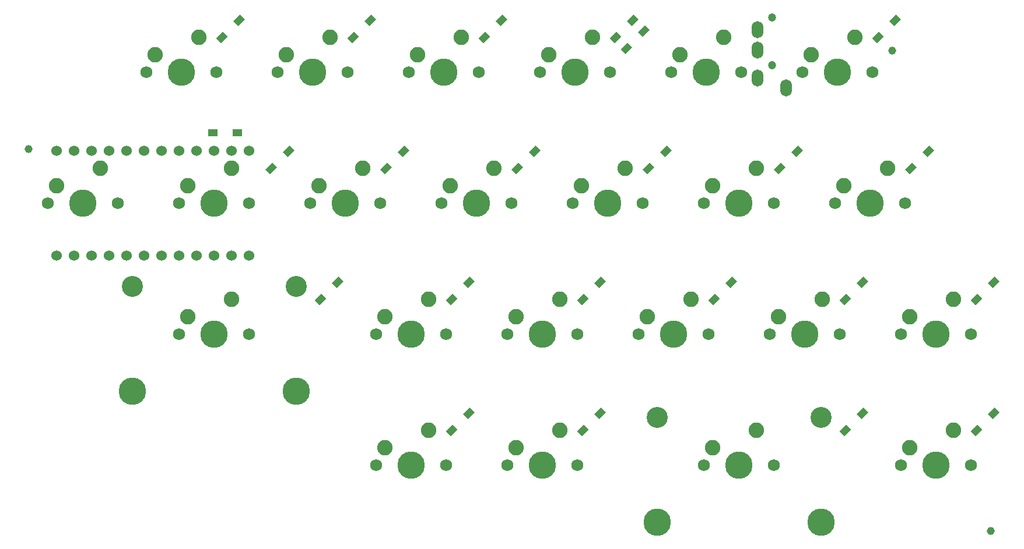
<source format=gbs>
G04 #@! TF.GenerationSoftware,KiCad,Pcbnew,(5.1.10-1-10_14)*
G04 #@! TF.CreationDate,2021-09-11T19:21:02+10:00*
G04 #@! TF.ProjectId,WTL-Split-Left,57544c2d-5370-46c6-9974-2d4c6566742e,rev?*
G04 #@! TF.SameCoordinates,Original*
G04 #@! TF.FileFunction,Soldermask,Bot*
G04 #@! TF.FilePolarity,Negative*
%FSLAX46Y46*%
G04 Gerber Fmt 4.6, Leading zero omitted, Abs format (unit mm)*
G04 Created by KiCad (PCBNEW (5.1.10-1-10_14)) date 2021-09-11 19:21:02*
%MOMM*%
%LPD*%
G01*
G04 APERTURE LIST*
%ADD10C,1.152000*%
%ADD11C,2.250000*%
%ADD12C,3.987800*%
%ADD13C,1.750000*%
%ADD14C,1.200000*%
%ADD15O,1.700000X2.500000*%
%ADD16C,0.100000*%
%ADD17R,1.400000X1.000000*%
%ADD18C,3.048000*%
%ADD19C,1.524000*%
G04 APERTURE END LIST*
D10*
X200818750Y-29368750D03*
X215106250Y-99218750D03*
X75406250Y-43656250D03*
D11*
X181133750Y-46513750D03*
D12*
X178593750Y-51593750D03*
D11*
X174783750Y-49053750D03*
D13*
X173513750Y-51593750D03*
X183673750Y-51593750D03*
D14*
X183356250Y-24518750D03*
X183356250Y-31518750D03*
D15*
X181256250Y-26318750D03*
X181256250Y-29318750D03*
X181256250Y-33318750D03*
X185456250Y-34818750D03*
D16*
G36*
X213198806Y-83750337D02*
G01*
X213905913Y-84457444D01*
X212915964Y-85447393D01*
X212208857Y-84740286D01*
X213198806Y-83750337D01*
G37*
G36*
X215709036Y-81240107D02*
G01*
X216416143Y-81947214D01*
X215426194Y-82937163D01*
X214719087Y-82230056D01*
X215709036Y-81240107D01*
G37*
G36*
X194148806Y-83750337D02*
G01*
X194855913Y-84457444D01*
X193865964Y-85447393D01*
X193158857Y-84740286D01*
X194148806Y-83750337D01*
G37*
G36*
X196659036Y-81240107D02*
G01*
X197366143Y-81947214D01*
X196376194Y-82937163D01*
X195669087Y-82230056D01*
X196659036Y-81240107D01*
G37*
G36*
X156048806Y-83750337D02*
G01*
X156755913Y-84457444D01*
X155765964Y-85447393D01*
X155058857Y-84740286D01*
X156048806Y-83750337D01*
G37*
G36*
X158559036Y-81240107D02*
G01*
X159266143Y-81947214D01*
X158276194Y-82937163D01*
X157569087Y-82230056D01*
X158559036Y-81240107D01*
G37*
G36*
X136998806Y-83750337D02*
G01*
X137705913Y-84457444D01*
X136715964Y-85447393D01*
X136008857Y-84740286D01*
X136998806Y-83750337D01*
G37*
G36*
X139509036Y-81240107D02*
G01*
X140216143Y-81947214D01*
X139226194Y-82937163D01*
X138519087Y-82230056D01*
X139509036Y-81240107D01*
G37*
G36*
X213198806Y-64700337D02*
G01*
X213905913Y-65407444D01*
X212915964Y-66397393D01*
X212208857Y-65690286D01*
X213198806Y-64700337D01*
G37*
G36*
X215709036Y-62190107D02*
G01*
X216416143Y-62897214D01*
X215426194Y-63887163D01*
X214719087Y-63180056D01*
X215709036Y-62190107D01*
G37*
G36*
X194148806Y-64700337D02*
G01*
X194855913Y-65407444D01*
X193865964Y-66397393D01*
X193158857Y-65690286D01*
X194148806Y-64700337D01*
G37*
G36*
X196659036Y-62190107D02*
G01*
X197366143Y-62897214D01*
X196376194Y-63887163D01*
X195669087Y-63180056D01*
X196659036Y-62190107D01*
G37*
G36*
X175098806Y-64700337D02*
G01*
X175805913Y-65407444D01*
X174815964Y-66397393D01*
X174108857Y-65690286D01*
X175098806Y-64700337D01*
G37*
G36*
X177609036Y-62190107D02*
G01*
X178316143Y-62897214D01*
X177326194Y-63887163D01*
X176619087Y-63180056D01*
X177609036Y-62190107D01*
G37*
G36*
X156048806Y-64700337D02*
G01*
X156755913Y-65407444D01*
X155765964Y-66397393D01*
X155058857Y-65690286D01*
X156048806Y-64700337D01*
G37*
G36*
X158559036Y-62190107D02*
G01*
X159266143Y-62897214D01*
X158276194Y-63887163D01*
X157569087Y-63180056D01*
X158559036Y-62190107D01*
G37*
G36*
X136998806Y-64700337D02*
G01*
X137705913Y-65407444D01*
X136715964Y-66397393D01*
X136008857Y-65690286D01*
X136998806Y-64700337D01*
G37*
G36*
X139509036Y-62190107D02*
G01*
X140216143Y-62897214D01*
X139226194Y-63887163D01*
X138519087Y-63180056D01*
X139509036Y-62190107D01*
G37*
G36*
X117948806Y-64700337D02*
G01*
X118655913Y-65407444D01*
X117665964Y-66397393D01*
X116958857Y-65690286D01*
X117948806Y-64700337D01*
G37*
G36*
X120459036Y-62190107D02*
G01*
X121166143Y-62897214D01*
X120176194Y-63887163D01*
X119469087Y-63180056D01*
X120459036Y-62190107D01*
G37*
G36*
X203673806Y-45650337D02*
G01*
X204380913Y-46357444D01*
X203390964Y-47347393D01*
X202683857Y-46640286D01*
X203673806Y-45650337D01*
G37*
G36*
X206184036Y-43140107D02*
G01*
X206891143Y-43847214D01*
X205901194Y-44837163D01*
X205194087Y-44130056D01*
X206184036Y-43140107D01*
G37*
G36*
X184623806Y-45650337D02*
G01*
X185330913Y-46357444D01*
X184340964Y-47347393D01*
X183633857Y-46640286D01*
X184623806Y-45650337D01*
G37*
G36*
X187134036Y-43140107D02*
G01*
X187841143Y-43847214D01*
X186851194Y-44837163D01*
X186144087Y-44130056D01*
X187134036Y-43140107D01*
G37*
G36*
X165573806Y-45650337D02*
G01*
X166280913Y-46357444D01*
X165290964Y-47347393D01*
X164583857Y-46640286D01*
X165573806Y-45650337D01*
G37*
G36*
X168084036Y-43140107D02*
G01*
X168791143Y-43847214D01*
X167801194Y-44837163D01*
X167094087Y-44130056D01*
X168084036Y-43140107D01*
G37*
G36*
X146523806Y-45650337D02*
G01*
X147230913Y-46357444D01*
X146240964Y-47347393D01*
X145533857Y-46640286D01*
X146523806Y-45650337D01*
G37*
G36*
X149034036Y-43140107D02*
G01*
X149741143Y-43847214D01*
X148751194Y-44837163D01*
X148044087Y-44130056D01*
X149034036Y-43140107D01*
G37*
G36*
X127473806Y-45650337D02*
G01*
X128180913Y-46357444D01*
X127190964Y-47347393D01*
X126483857Y-46640286D01*
X127473806Y-45650337D01*
G37*
G36*
X129984036Y-43140107D02*
G01*
X130691143Y-43847214D01*
X129701194Y-44837163D01*
X128994087Y-44130056D01*
X129984036Y-43140107D01*
G37*
G36*
X110805056Y-45650337D02*
G01*
X111512163Y-46357444D01*
X110522214Y-47347393D01*
X109815107Y-46640286D01*
X110805056Y-45650337D01*
G37*
G36*
X113315286Y-43140107D02*
G01*
X114022393Y-43847214D01*
X113032444Y-44837163D01*
X112325337Y-44130056D01*
X113315286Y-43140107D01*
G37*
D17*
X102206250Y-41275000D03*
X105756250Y-41275000D03*
D16*
G36*
X198911306Y-26600337D02*
G01*
X199618413Y-27307444D01*
X198628464Y-28297393D01*
X197921357Y-27590286D01*
X198911306Y-26600337D01*
G37*
G36*
X201421536Y-24090107D02*
G01*
X202128643Y-24797214D01*
X201138694Y-25787163D01*
X200431587Y-25080056D01*
X201421536Y-24090107D01*
G37*
G36*
X162398806Y-28187837D02*
G01*
X163105913Y-28894944D01*
X162115964Y-29884893D01*
X161408857Y-29177786D01*
X162398806Y-28187837D01*
G37*
G36*
X164909036Y-25677607D02*
G01*
X165616143Y-26384714D01*
X164626194Y-27374663D01*
X163919087Y-26667556D01*
X164909036Y-25677607D01*
G37*
G36*
X160811306Y-26600337D02*
G01*
X161518413Y-27307444D01*
X160528464Y-28297393D01*
X159821357Y-27590286D01*
X160811306Y-26600337D01*
G37*
G36*
X163321536Y-24090107D02*
G01*
X164028643Y-24797214D01*
X163038694Y-25787163D01*
X162331587Y-25080056D01*
X163321536Y-24090107D01*
G37*
G36*
X141761306Y-26600337D02*
G01*
X142468413Y-27307444D01*
X141478464Y-28297393D01*
X140771357Y-27590286D01*
X141761306Y-26600337D01*
G37*
G36*
X144271536Y-24090107D02*
G01*
X144978643Y-24797214D01*
X143988694Y-25787163D01*
X143281587Y-25080056D01*
X144271536Y-24090107D01*
G37*
G36*
X122711306Y-26600337D02*
G01*
X123418413Y-27307444D01*
X122428464Y-28297393D01*
X121721357Y-27590286D01*
X122711306Y-26600337D01*
G37*
G36*
X125221536Y-24090107D02*
G01*
X125928643Y-24797214D01*
X124938694Y-25787163D01*
X124231587Y-25080056D01*
X125221536Y-24090107D01*
G37*
G36*
X103661306Y-26600337D02*
G01*
X104368413Y-27307444D01*
X103378464Y-28297393D01*
X102671357Y-27590286D01*
X103661306Y-26600337D01*
G37*
G36*
X106171536Y-24090107D02*
G01*
X106878643Y-24797214D01*
X105888694Y-25787163D01*
X105181587Y-25080056D01*
X106171536Y-24090107D01*
G37*
D11*
X209708750Y-84613750D03*
D12*
X207168750Y-89693750D03*
D11*
X203358750Y-87153750D03*
D13*
X202088750Y-89693750D03*
X212248750Y-89693750D03*
D11*
X181133750Y-84613750D03*
D12*
X178593750Y-89693750D03*
D11*
X174783750Y-87153750D03*
D13*
X173513750Y-89693750D03*
X183673750Y-89693750D03*
D18*
X166687500Y-82708750D03*
X190500000Y-82708750D03*
D12*
X166687500Y-97948750D03*
X190500000Y-97948750D03*
D19*
X79502000Y-43953400D03*
X82042000Y-43953400D03*
X84582000Y-43953400D03*
X87122000Y-43953400D03*
X89662000Y-43953400D03*
X92202000Y-43953400D03*
X94742000Y-43953400D03*
X97282000Y-43953400D03*
X99822000Y-43953400D03*
X102362000Y-43953400D03*
X104902000Y-43953400D03*
X107442000Y-43953400D03*
X107442000Y-59173400D03*
X104902000Y-59173400D03*
X102362000Y-59173400D03*
X99822000Y-59173400D03*
X97282000Y-59173400D03*
X94742000Y-59173400D03*
X92202000Y-59173400D03*
X89662000Y-59173400D03*
X87122000Y-59173400D03*
X84582000Y-59173400D03*
X82042000Y-59173400D03*
X79502000Y-59173400D03*
D11*
X152558750Y-84613750D03*
D12*
X150018750Y-89693750D03*
D11*
X146208750Y-87153750D03*
D13*
X144938750Y-89693750D03*
X155098750Y-89693750D03*
D11*
X133508750Y-84613750D03*
D12*
X130968750Y-89693750D03*
D11*
X127158750Y-87153750D03*
D13*
X125888750Y-89693750D03*
X136048750Y-89693750D03*
D11*
X209708750Y-65563750D03*
D12*
X207168750Y-70643750D03*
D11*
X203358750Y-68103750D03*
D13*
X202088750Y-70643750D03*
X212248750Y-70643750D03*
D11*
X190658750Y-65563750D03*
D12*
X188118750Y-70643750D03*
D11*
X184308750Y-68103750D03*
D13*
X183038750Y-70643750D03*
X193198750Y-70643750D03*
D11*
X171608750Y-65563750D03*
D12*
X169068750Y-70643750D03*
D11*
X165258750Y-68103750D03*
D13*
X163988750Y-70643750D03*
X174148750Y-70643750D03*
D11*
X152558750Y-65563750D03*
D12*
X150018750Y-70643750D03*
D11*
X146208750Y-68103750D03*
D13*
X144938750Y-70643750D03*
X155098750Y-70643750D03*
D11*
X133508750Y-65563750D03*
D12*
X130968750Y-70643750D03*
D11*
X127158750Y-68103750D03*
D13*
X125888750Y-70643750D03*
X136048750Y-70643750D03*
D11*
X104933750Y-65563750D03*
D12*
X102393750Y-70643750D03*
D11*
X98583750Y-68103750D03*
D13*
X97313750Y-70643750D03*
X107473750Y-70643750D03*
D18*
X90487500Y-63658750D03*
X114300000Y-63658750D03*
D12*
X90487500Y-78898750D03*
X114300000Y-78898750D03*
D11*
X200183750Y-46513750D03*
D12*
X197643750Y-51593750D03*
D11*
X193833750Y-49053750D03*
D13*
X192563750Y-51593750D03*
X202723750Y-51593750D03*
D11*
X162083750Y-46513750D03*
D12*
X159543750Y-51593750D03*
D11*
X155733750Y-49053750D03*
D13*
X154463750Y-51593750D03*
X164623750Y-51593750D03*
D11*
X143033750Y-46513750D03*
D12*
X140493750Y-51593750D03*
D11*
X136683750Y-49053750D03*
D13*
X135413750Y-51593750D03*
X145573750Y-51593750D03*
D11*
X123983750Y-46513750D03*
D12*
X121443750Y-51593750D03*
D11*
X117633750Y-49053750D03*
D13*
X116363750Y-51593750D03*
X126523750Y-51593750D03*
D11*
X104933750Y-46513750D03*
D12*
X102393750Y-51593750D03*
D11*
X98583750Y-49053750D03*
D13*
X97313750Y-51593750D03*
X107473750Y-51593750D03*
D11*
X85883750Y-46513750D03*
D12*
X83343750Y-51593750D03*
D11*
X79533750Y-49053750D03*
D13*
X78263750Y-51593750D03*
X88423750Y-51593750D03*
D11*
X195421250Y-27463750D03*
D12*
X192881250Y-32543750D03*
D11*
X189071250Y-30003750D03*
D13*
X187801250Y-32543750D03*
X197961250Y-32543750D03*
D11*
X176371250Y-27463750D03*
D12*
X173831250Y-32543750D03*
D11*
X170021250Y-30003750D03*
D13*
X168751250Y-32543750D03*
X178911250Y-32543750D03*
D11*
X157321250Y-27463750D03*
D12*
X154781250Y-32543750D03*
D11*
X150971250Y-30003750D03*
D13*
X149701250Y-32543750D03*
X159861250Y-32543750D03*
D11*
X138271250Y-27463750D03*
D12*
X135731250Y-32543750D03*
D11*
X131921250Y-30003750D03*
D13*
X130651250Y-32543750D03*
X140811250Y-32543750D03*
D11*
X119221250Y-27463750D03*
D12*
X116681250Y-32543750D03*
D11*
X112871250Y-30003750D03*
D13*
X111601250Y-32543750D03*
X121761250Y-32543750D03*
D11*
X100171250Y-27463750D03*
D12*
X97631250Y-32543750D03*
D11*
X93821250Y-30003750D03*
D13*
X92551250Y-32543750D03*
X102711250Y-32543750D03*
M02*

</source>
